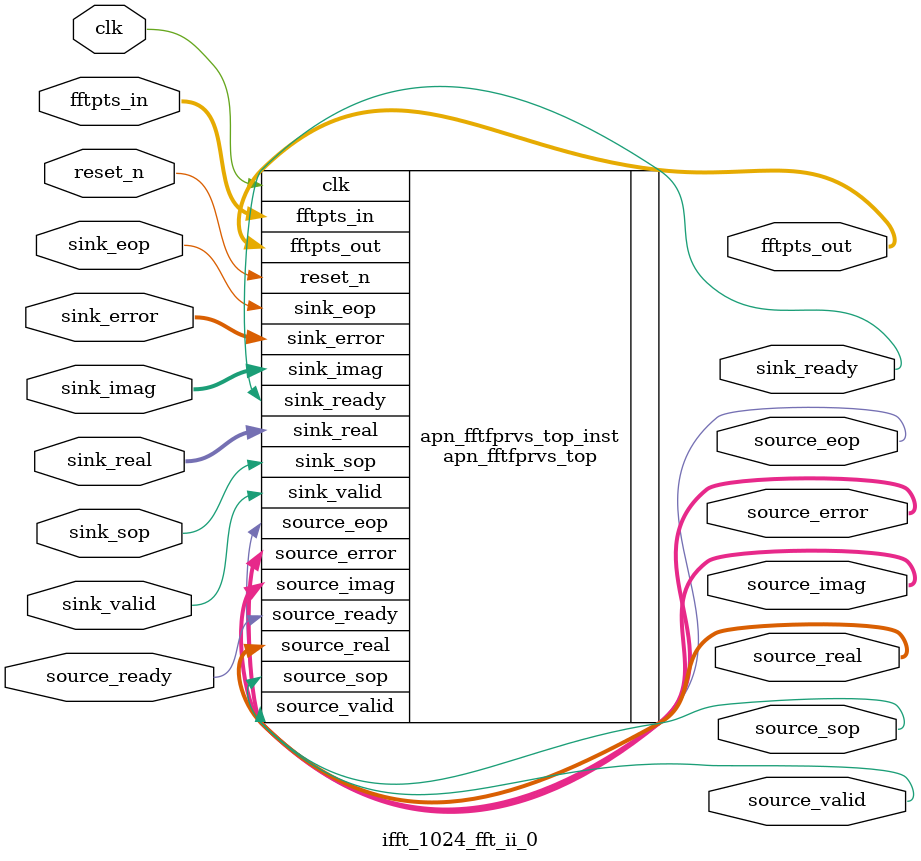
<source format=sv>



module ifft_1024_fft_ii_0 (
   input clk, 
   input reset_n,
	input [10 : 0] fftpts_in,
	input	sink_valid,
	input	sink_sop,
	input	sink_eop,
	input	logic [31 : 0] sink_real,
	input	logic [31 : 0] sink_imag,
	input	logic [1 : 0] sink_error,
	input	source_ready,
   output [10 : 0] fftpts_out,
	output sink_ready,
	output [1 : 0] source_error,
	output source_sop,
	output source_eop,
	output source_valid,
	output [31 : 0] source_real,
	output [31 : 0] source_imag
	);

	apn_fftfprvs_top #(
		.DEVICE_FAMILY_g("Cyclone IV E"),
		.MAX_FFTPTS_g(1024),
		.NUM_STAGES_g(5),
		.DATAWIDTH_g(32),
		.TWIDWIDTH_g(32),
		.MAX_GROW_g (0),
		.TWIDROM_BASE_g("ifft_1024_fft_ii_0_"),
		.DSP_ROUNDING_g(0),
		.INPUT_FORMAT_g("DIGIT_REVERSED"),
		.OUTPUT_FORMAT_g("NATURAL_ORDER"),
		.REPRESENTATION_g("FLOATPT"),
		.DSP_ARCH_g(0),
        .PRUNE_g("2,2,3,2,0") 
	)
	apn_fftfprvs_top_inst (
		.clk(clk),
		.reset_n(reset_n),
		.fftpts_in(fftpts_in),
		.fftpts_out(fftpts_out),
		.sink_valid(sink_valid),
		.sink_sop(sink_sop),
		.sink_eop(sink_eop),
		.sink_real(sink_real),
		.sink_imag(sink_imag),
		.sink_ready(sink_ready),
		.sink_error(sink_error),
		.source_error(source_error),
		.source_ready(source_ready),
		.source_sop(source_sop),
		.source_eop(source_eop),
		.source_valid(source_valid),
		.source_real(source_real),
		.source_imag(source_imag)
	);
endmodule


</source>
